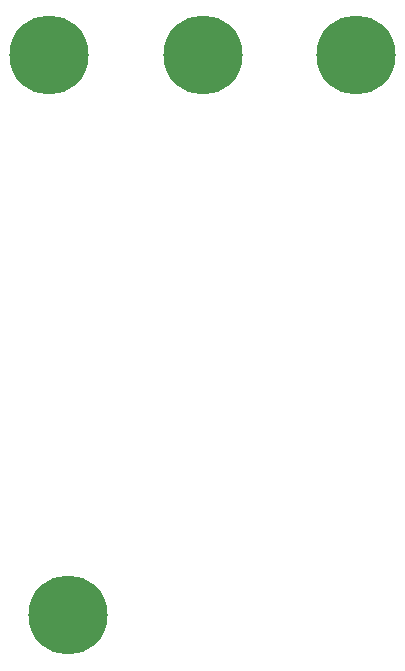
<source format=gbr>
%TF.GenerationSoftware,KiCad,Pcbnew,(5.99.0-12348-g4b436fb86d)*%
%TF.CreationDate,2021-09-23T15:24:10+01:00*%
%TF.ProjectId,Panel,50616e65-6c2e-46b6-9963-61645f706362,rev?*%
%TF.SameCoordinates,Original*%
%TF.FileFunction,Legend,Bot*%
%TF.FilePolarity,Positive*%
%FSLAX46Y46*%
G04 Gerber Fmt 4.6, Leading zero omitted, Abs format (unit mm)*
G04 Created by KiCad (PCBNEW (5.99.0-12348-g4b436fb86d)) date 2021-09-23 15:24:10*
%MOMM*%
%LPD*%
G01*
G04 APERTURE LIST*
%ADD10C,6.700000*%
G04 APERTURE END LIST*
D10*
X111300000Y-130700000D03*
X109750000Y-83250000D03*
X122750000Y-83250000D03*
X135750000Y-83250000D03*
M02*

</source>
